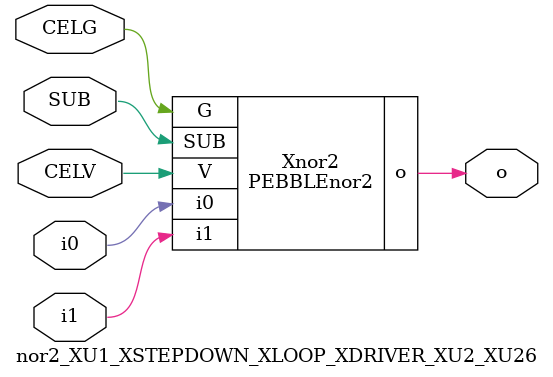
<source format=v>



module PEBBLEnor2 ( o, G, SUB, V, i0, i1 );

  input i0;
  input V;
  input i1;
  input G;
  output o;
  input SUB;
endmodule

//Celera Confidential Do Not Copy nor2_XU1_XSTEPDOWN_XLOOP_XDRIVER_XU2_XU26
//Celera Confidential Symbol Generator
//nor2
module nor2_XU1_XSTEPDOWN_XLOOP_XDRIVER_XU2_XU26 (CELV,CELG,i0,i1,o,SUB);
input CELV;
input CELG;
input i0;
input i1;
input SUB;
output o;

//Celera Confidential Do Not Copy nor2
PEBBLEnor2 Xnor2(
.V (CELV),
.i0 (i0),
.i1 (i1),
.o (o),
.SUB (SUB),
.G (CELG)
);
//,diesize,PEBBLEnor2

//Celera Confidential Do Not Copy Module End
//Celera Schematic Generator
endmodule

</source>
